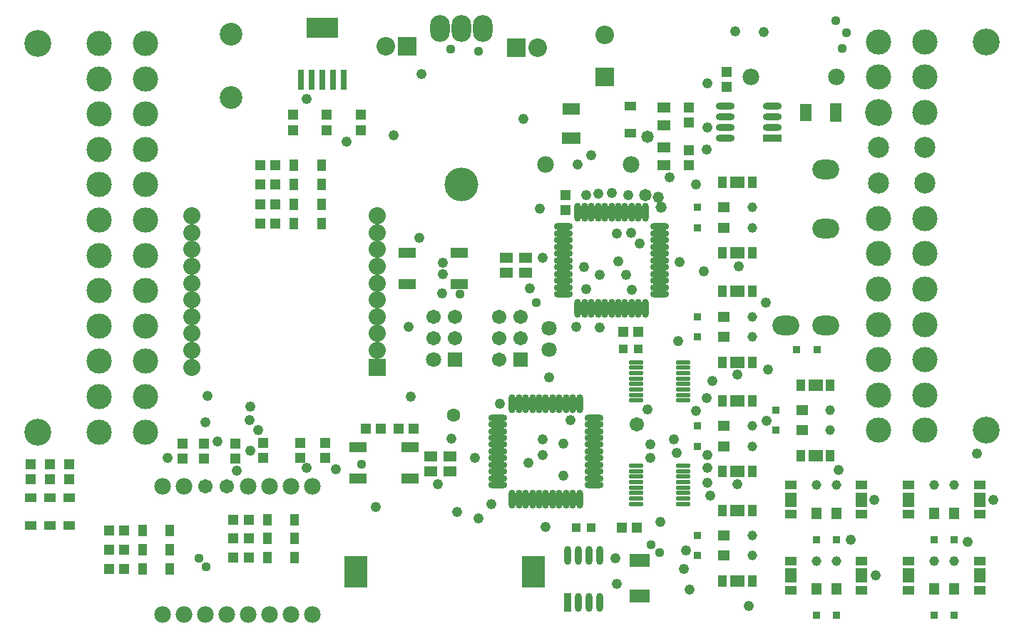
<source format=gts>
%FSDAX24Y24*%
%MOIN*%
%SFA1B1*%

%IPPOS*%
%ADD108R,0.051300X0.051300*%
%ADD109R,0.059200X0.051300*%
%ADD110R,0.110400X0.145800*%
%ADD111R,0.078900X0.051300*%
%ADD112R,0.088000X0.033600*%
%ADD113O,0.088000X0.033600*%
%ADD114R,0.056000X0.043800*%
%ADD115R,0.056000X0.043800*%
%ADD116R,0.145800X0.094600*%
%ADD117R,0.031600X0.094600*%
%ADD118O,0.071000X0.019800*%
%ADD119O,0.088700X0.031600*%
%ADD120O,0.031600X0.088700*%
%ADD121O,0.033600X0.088000*%
%ADD122R,0.033600X0.088000*%
%ADD123R,0.094600X0.059200*%
%ADD124R,0.059200X0.051300*%
%ADD125R,0.086700X0.055200*%
%ADD126R,0.078900X0.055200*%
%ADD127R,0.055200X0.078900*%
%ADD128R,0.055200X0.086700*%
%ADD129R,0.045400X0.055200*%
%ADD130R,0.055200X0.044400*%
%ADD131C,0.045400*%
%ADD132R,0.055200X0.065100*%
%ADD133R,0.055200X0.045400*%
%ADD134R,0.044400X0.055200*%
%ADD135R,0.065100X0.055200*%
%ADD136R,0.035600X0.035600*%
%ADD137R,0.035600X0.035600*%
%ADD138R,0.043400X0.043400*%
%ADD139R,0.051300X0.051300*%
%ADD140R,0.043800X0.056000*%
%ADD141R,0.043800X0.056000*%
%ADD142C,0.067100*%
%ADD143C,0.063100*%
%ADD144C,0.071000*%
%ADD145R,0.067100X0.067100*%
%ADD146C,0.078000*%
%ADD147C,0.086700*%
%ADD148R,0.086700X0.086700*%
%ADD149O,0.126100X0.090700*%
%ADD150O,0.090700X0.126100*%
%ADD151C,0.157600*%
%ADD152C,0.106400*%
%ADD153R,0.086700X0.086700*%
%ADD154C,0.080200*%
%ADD155R,0.080200X0.080200*%
%ADD156C,0.126100*%
%ADD157C,0.118200*%
%ADD158C,0.098600*%
%ADD159C,0.048000*%
%ADD160C,0.052000*%
%ADD161C,0.058000*%
%ADD162C,0.044000*%
%LNpcb1-1*%
%LPD*%
G54D108*
X029228Y029516D03*
Y028807D03*
X030213D03*
Y029516D03*
X031669Y028807D03*
Y029516D03*
X052890Y043256D03*
Y042547D03*
Y044555D03*
Y045264D03*
X054661Y046917D03*
Y046209D03*
X023008Y028566D03*
Y027857D03*
X023913Y028566D03*
Y027857D03*
X022102Y028566D03*
Y027857D03*
X037535Y044201D03*
Y044909D03*
X035961D03*
Y044201D03*
X034386D03*
Y044909D03*
X047102Y041169D03*
Y040461D03*
X035882Y029555D03*
Y028846D03*
X034701Y029555D03*
Y028846D03*
X032968D03*
Y029555D03*
G54D109*
X051709Y044437D03*
Y045264D03*
Y042547D03*
Y043374D03*
G54D110*
X045606Y023531D03*
X037299D03*
G54D111*
X039701Y038453D03*
Y036996D03*
X042142Y038453D03*
Y036996D03*
X037417Y029358D03*
Y027902D03*
X039858Y029358D03*
Y027902D03*
G54D112*
X056787Y043807D03*
G54D113*
X054587Y044807D03*
X056787D03*
Y044307D03*
X054587Y043807D03*
Y044307D03*
X056787Y045307D03*
X054587D03*
G54D114*
X050134Y044043D03*
X023008Y026991D03*
X023913D03*
X022102D03*
G54D115*
X050134Y045331D03*
X023008Y025704D03*
X023913D03*
X022102D03*
G54D116*
X035764Y049004D03*
G54D117*
X035264Y046563D03*
X035764D03*
X036264D03*
X034764D03*
X036764D03*
G54D118*
X050409Y026701D03*
Y026957D03*
Y027213D03*
Y027469D03*
Y027724D03*
Y027980D03*
Y028236D03*
Y028492D03*
X052614Y026701D03*
Y026957D03*
Y027213D03*
Y027469D03*
Y027724D03*
Y027980D03*
Y028236D03*
Y028492D03*
X050409Y031543D03*
Y031799D03*
Y032055D03*
Y032311D03*
Y032567D03*
Y032823D03*
Y033079D03*
Y033335D03*
X052614Y031543D03*
Y031799D03*
Y032055D03*
Y032311D03*
Y032567D03*
Y032823D03*
Y033079D03*
Y033335D03*
G54D119*
X047024Y039673D03*
Y039358D03*
Y039043D03*
Y038728D03*
Y038413D03*
Y038098D03*
Y037783D03*
Y037469D03*
Y037154D03*
Y036839D03*
Y036524D03*
X051512D03*
Y036839D03*
Y037154D03*
Y037469D03*
Y037783D03*
Y038098D03*
Y038413D03*
Y038728D03*
Y039043D03*
Y039358D03*
Y039673D03*
X043953Y030736D03*
Y030421D03*
Y030106D03*
Y029791D03*
Y029476D03*
Y029161D03*
Y028846D03*
Y028531D03*
Y028217D03*
Y027902D03*
Y027587D03*
X048441D03*
Y027902D03*
Y028217D03*
Y028531D03*
Y028846D03*
Y029161D03*
Y029476D03*
Y029791D03*
Y030106D03*
Y030421D03*
Y030736D03*
G54D120*
X047693Y035854D03*
X048008D03*
X048323D03*
X048638D03*
X048953D03*
X049268D03*
X049583D03*
X049898D03*
X050213D03*
X050528D03*
X050843D03*
Y040343D03*
X050528D03*
X050213D03*
X049898D03*
X049583D03*
X049268D03*
X048953D03*
X048638D03*
X048323D03*
X048008D03*
X047693D03*
X044622Y026917D03*
X044937D03*
X045252D03*
X045567D03*
X045882D03*
X046197D03*
X046512D03*
X046827D03*
X047142D03*
X047457D03*
X047772D03*
Y031406D03*
X047457D03*
X047142D03*
X046827D03*
X046512D03*
X046197D03*
X045882D03*
X045567D03*
X045252D03*
X044937D03*
X044622D03*
G54D121*
X048720Y024275D03*
Y022075D03*
X047720Y024275D03*
X047220D03*
X047720Y022075D03*
X048220D03*
Y024275D03*
G54D122*
X047220Y022075D03*
G54D123*
X050567Y022390D03*
Y024043D03*
G54D124*
X041709Y028925D03*
X040803D03*
X041709Y028217D03*
X040803D03*
X045252Y038217D03*
X044346D03*
X045252Y037508D03*
X044346D03*
G54D125*
X047378Y043807D03*
G54D126*
X047378Y045185D03*
G54D127*
X058362Y045028D03*
G54D128*
X059740Y045028D03*
G54D129*
X065291Y022719D03*
X064346D03*
X059780D03*
X058835D03*
X065291Y026263D03*
X064346D03*
X059780D03*
X058835D03*
G54D130*
X066472Y024033D03*
X063165D03*
Y022665D03*
X066472D03*
X060961Y024033D03*
X057654D03*
Y022665D03*
X060961D03*
X066472Y027577D03*
X063165D03*
Y026209D03*
X066472D03*
X060961Y027577D03*
X057654D03*
Y026209D03*
X060961D03*
G54D131*
X065291Y024033D03*
X064346D03*
X059780D03*
X058835D03*
X065291Y027577D03*
X064346D03*
X059780D03*
X058835D03*
X059494Y030146D03*
Y031091D03*
X055833Y024280D03*
Y025224D03*
Y029398D03*
Y030343D03*
Y034516D03*
Y035461D03*
Y039634D03*
Y040579D03*
G54D132*
X063165Y023349D03*
X066472D03*
X057654D03*
X060961D03*
X063165Y026893D03*
X066472D03*
X057654D03*
X060961D03*
G54D133*
X058180Y030146D03*
Y031091D03*
X054519Y024280D03*
Y025224D03*
Y029398D03*
Y030343D03*
Y034516D03*
Y035461D03*
Y039634D03*
Y040579D03*
G54D134*
X059494Y028965D03*
Y032272D03*
X058126D03*
Y028965D03*
X055833Y023098D03*
Y026406D03*
X054465D03*
Y023098D03*
X055833Y028217D03*
Y031524D03*
X054465D03*
Y028217D03*
X055833Y033335D03*
Y036642D03*
X054465D03*
Y033335D03*
X055833Y038453D03*
Y041760D03*
X054465D03*
Y038453D03*
G54D135*
X058810Y032272D03*
Y028965D03*
X055149Y026406D03*
Y023098D03*
Y031524D03*
Y028217D03*
Y036642D03*
Y033335D03*
Y041760D03*
Y038453D03*
G54D136*
X053283Y039634D03*
Y034516D03*
Y029398D03*
Y024280D03*
X056945Y030146D03*
X058835Y025028D03*
X057929Y033925D03*
X064346Y025028D03*
X058835Y021484D03*
X064346D03*
G54D137*
X053283Y040579D03*
Y035461D03*
Y030343D03*
Y025224D03*
X056945Y031091D03*
X059780Y025028D03*
X058874Y033925D03*
X065291Y025028D03*
X059780Y021484D03*
X065291D03*
G54D138*
X049819Y033965D03*
X050508D03*
X047614Y025579D03*
X048303D03*
G54D139*
X038480Y030224D03*
X037772D03*
X039307D03*
X040016D03*
X050528Y034752D03*
X049819D03*
X049740Y025579D03*
X050449D03*
X031596Y024201D03*
X032304D03*
X031596Y025972D03*
X032304D03*
X025769Y025461D03*
X026477D03*
X031596Y025106D03*
X032304D03*
X025769Y023650D03*
X026477D03*
X025769Y024555D03*
X026477D03*
X032855Y039831D03*
X033564D03*
X032855Y041642D03*
X033564D03*
X032855Y040736D03*
X033564D03*
X032850Y042547D03*
X033559D03*
G54D140*
X033170Y024201D03*
Y025972D03*
X027344Y025461D03*
X033170Y025106D03*
X027344Y023650D03*
Y024555D03*
X034430Y039831D03*
Y041642D03*
Y040736D03*
Y042547D03*
G54D141*
X034458Y024201D03*
Y025972D03*
X028631Y025461D03*
X034458Y025106D03*
X028631Y023650D03*
Y024555D03*
X035718Y039831D03*
Y041642D03*
Y040736D03*
Y042547D03*
G54D142*
X050449Y030421D03*
X044016Y035453D03*
Y033453D03*
Y034453D03*
X045016D03*
Y035453D03*
X040945D03*
Y034453D03*
X041945D03*
Y035453D03*
X030291Y027524D03*
X031291D03*
G54D143*
X041866Y030854D03*
G54D144*
X046354Y033920D03*
Y034920D03*
X040945Y033453D03*
G54D145*
X045016Y033453D03*
X041945D03*
G54D146*
X046173Y042587D03*
X050173D03*
X055780Y046681D03*
X059780D03*
X028291Y027524D03*
X029291D03*
X032291D03*
X033291D03*
X034291D03*
X035291D03*
Y021524D03*
X034291D03*
X033291D03*
X032291D03*
X031291D03*
X030291D03*
X029291D03*
X028291D03*
G54D147*
X038701Y048138D03*
X045819Y048059D03*
X048953Y048665D03*
G54D148*
X039701Y048138D03*
X044819Y048059D03*
G54D149*
X059268Y035067D03*
Y039594D03*
Y042350D03*
X057417Y035067D03*
G54D150*
X041260Y048945D03*
X042260D03*
X043260D03*
G54D151*
X042260Y041661D03*
G54D152*
X031472Y045736D03*
Y048689D03*
G54D153*
X048963Y046675D03*
G54D154*
X038323Y040185D03*
Y039398D03*
Y038610D03*
Y037823D03*
Y037035D03*
Y036248D03*
Y035461D03*
Y034673D03*
Y033886D03*
X029661Y033098D03*
Y033886D03*
Y034673D03*
Y035461D03*
Y036248D03*
Y037035D03*
Y037823D03*
Y038610D03*
Y039398D03*
Y040185D03*
G54D155*
X038323Y033098D03*
G54D156*
X022457Y030067D03*
Y048256D03*
X066787Y048335D03*
Y030146D03*
X061748Y045028D03*
G54D157*
X025331Y048256D03*
Y046602D03*
Y044949D03*
Y043295D03*
Y041642D03*
Y039988D03*
Y038335D03*
Y036681D03*
Y035028D03*
Y033374D03*
Y031720D03*
Y030067D03*
X027496Y048256D03*
Y046602D03*
Y044949D03*
Y043295D03*
Y041642D03*
Y039988D03*
Y038335D03*
Y036681D03*
Y035028D03*
Y033374D03*
Y031720D03*
Y030067D03*
X063913Y030146D03*
Y031799D03*
Y033453D03*
Y035106D03*
Y036760D03*
Y038413D03*
Y040067D03*
Y045028D03*
Y046681D03*
Y048335D03*
X061748Y030146D03*
Y031799D03*
Y033453D03*
Y035106D03*
Y036760D03*
Y038413D03*
Y040067D03*
Y046681D03*
Y048335D03*
G54D158*
X063913Y041720D03*
Y043374D03*
X061748Y041720D03*
Y043374D03*
G54D159*
X047339Y030618D03*
X049465Y024161D03*
X041394Y037980D03*
Y037469D03*
X047969Y037783D03*
X048717Y037429D03*
X050213Y036720D03*
X050055Y041169D03*
X051079Y029476D03*
Y028846D03*
X041787Y029752D03*
X047614Y034988D03*
X048717Y034949D03*
X041354Y036563D03*
X047693Y042587D03*
X051984Y041996D03*
X048323Y043020D03*
X048638Y041209D03*
X049268Y041248D03*
X048087Y041169D03*
X039071Y043965D03*
X049583Y038059D03*
X049504Y022941D03*
X055149Y032769D03*
X056472Y036130D03*
X045134Y044713D03*
X031748Y028256D03*
X053717Y043295D03*
X053205Y041642D03*
X053756Y046406D03*
X045921Y040539D03*
X035016Y045657D03*
X051551Y025854D03*
X046197Y025618D03*
X036389Y028335D03*
X056392Y048805D03*
X055055Y048807D03*
X053744Y044307D03*
X046039Y038217D03*
X042890Y028846D03*
X045449Y036799D03*
X041157Y027626D03*
X042063Y026327D03*
X046039Y029713D03*
X038244Y026563D03*
X044032Y031406D03*
X043638Y026681D03*
X046039Y029004D03*
X043047Y026012D03*
X047024Y029516D03*
X061605Y023349D03*
X061551Y026878D03*
X055213Y037823D03*
X067117Y026893D03*
X055685Y021917D03*
X066354Y029043D03*
X055149Y027611D03*
X059898Y028295D03*
X052378Y034319D03*
X053598Y037587D03*
X053992Y032469D03*
X056591Y032980D03*
X053717Y031642D03*
X056512Y030579D03*
X053205Y031051D03*
X053756Y029004D03*
X060449Y025028D03*
X052299Y029083D03*
X065921Y024909D03*
X052181Y029713D03*
X052929Y022705D03*
X053756Y028374D03*
X052654Y023650D03*
X053756Y027705D03*
X052732Y024516D03*
X053874Y027075D03*
X049504Y039358D03*
X050173Y039398D03*
X050567Y038886D03*
X052457Y038020D03*
X028520Y028846D03*
X032732Y030146D03*
X035016Y028374D03*
X036866Y043650D03*
X040370Y046839D03*
X039898Y031720D03*
X046354Y032626D03*
X032378Y029201D03*
X030843Y029634D03*
X048087Y036760D03*
X040291Y039161D03*
X032378Y031248D03*
X030370Y031760D03*
X032339Y030618D03*
X039780Y034988D03*
X030291Y030539D03*
X045370Y028610D03*
X047024Y028020D03*
X050961Y031130D03*
X049937Y037429D03*
G54D160*
X051433Y041051D03*
X051591Y040579D03*
G54D161*
X050961Y043886D03*
X050843Y041169D03*
G54D162*
X042181Y036524D03*
X060252Y048768D03*
X029976Y024161D03*
X037575Y028571D03*
X051118Y024791D03*
X045764Y036130D03*
X059740Y049319D03*
X060055Y048020D03*
X051512Y024437D03*
X030331Y023768D03*
X041748Y047980D03*
X043047Y047902D03*
M02*
</source>
